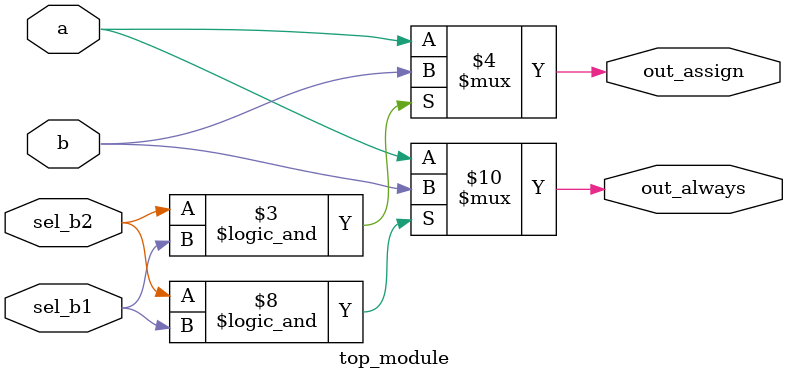
<source format=v>
/* Build a 2-to-1 mux that chooses between a and b. Choose b if both sel_b1 and sel_b2 are true. Otherwise, choose a. 
Do the same twice, once using assign statements and once using a procedural if statement.
*/
module top_module(
    input a,
    input b,
    input sel_b1,
    input sel_b2,
    output wire out_assign,
    output reg out_always); 

    assign out_assign = (sel_b2 == 1 && sel_b1 == 1) ? b:a;

    always @(*) begin 
        if(sel_b2 == 1 && sel_b1 == 1) begin
            out_always = b; 
        end
        else begin 
            out_always = a;
        end 
    end


endmodule


</source>
